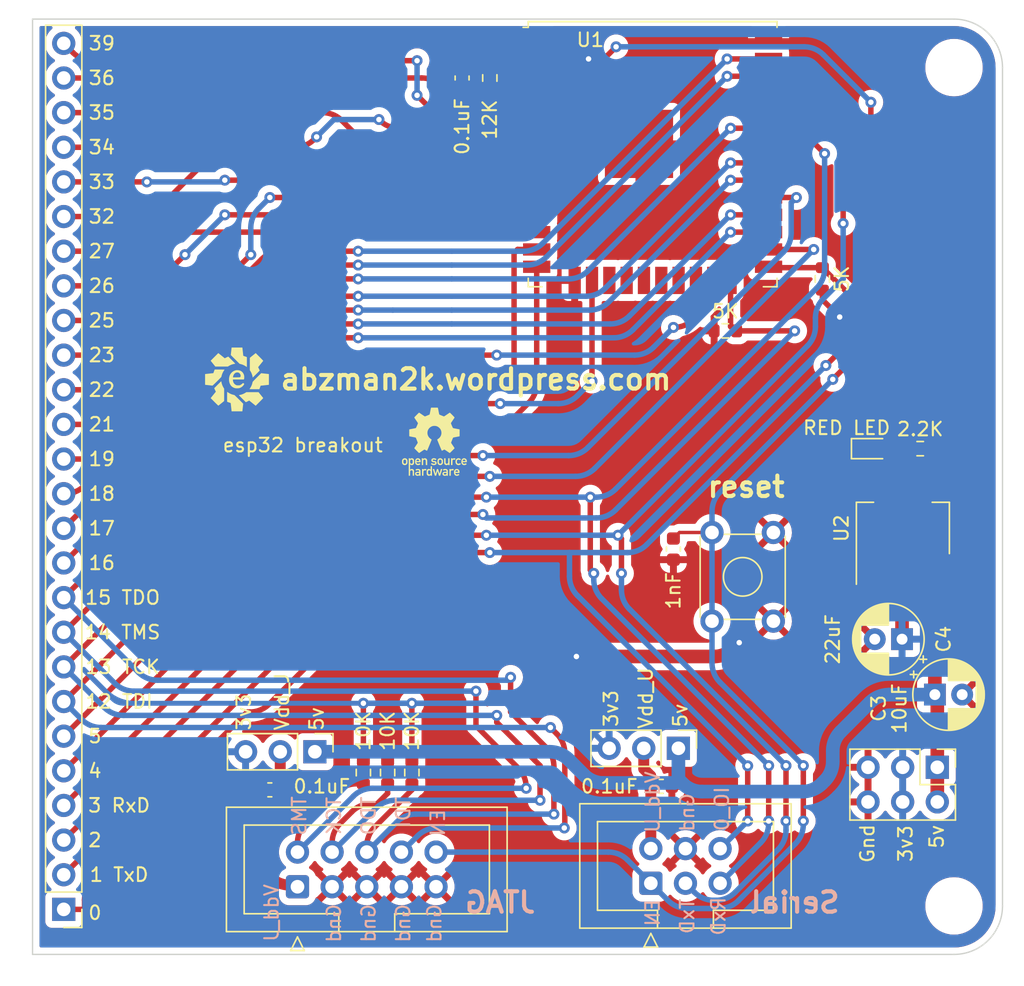
<source format=kicad_pcb>
(kicad_pcb (version 20211014) (generator pcbnew)
  (layers (0 "F.Cu" signal) (31 "B.Cu" signal) (34 "B.Paste" user) (35 "F.Paste" user) (36 "B.SilkS" user "B.Silkscreen") (37 "F.SilkS" user "F.Silkscreen") (38 "B.Mask" user) (39 "F.Mask" user) (44 "Edge.Cuts" user))
  (net 0 "")
  (net 1 "/ESP_EN")
  (net 2 "GND")
  (net 3 "/VDD_J")
  (net 4 "/VDD_5V")
  (net 5 "/VDD3V3")
  (net 6 "/VDD_U")
  (net 7 "Net-(D1-Pad2)")
  (net 8 "/ESP_IO14")
  (net 9 "/ESP_IO13")
  (net 10 "/ESP_IO15")
  (net 11 "/ESP_IO12")
  (net 12 "/ESP_IO1")
  (net 13 "/ESP_IO3")
  (net 14 "/ESP_IO0")
  (net 15 "/ESP_IO2")
  (net 22 "/ESP_IO4")
  (net 23 "/ESP_IO5")
  (net 24 "/ESP_IO16")
  (net 25 "/ESP_IO17")
  (net 26 "/ESP_IO18")
  (net 27 "/ESP_IO19")
  (net 28 "/ESP_IO21")
  (net 29 "/ESP_IO22")
  (net 30 "/ESP_IO23")
  (net 32 "/ESP_IO25")
  (net 33 "/ESP_IO26")
  (net 34 "/ESP_IO27")
  (net 35 "/ESP_IO32")
  (net 36 "/ESP_IO33")
  (net 37 "/ESP_IO34")
  (net 38 "/ESP_IO35")
  (net 39 "/ESP_IO36")
  (net 40 "/ESP_IO39")
  (footprint "Evan's misc parts:Evan Logo" (layer "F.Cu") (at 136.906 77.216)
    (fp_text reference "G***" hide)
    (fp_text value "LOGO" hide)
  )
  (footprint "Resistor_SMD:R_0603_1608Metric" (layer "F.Cu") (at 149.733 106.045 90)
    (fp_text reference "R6" hide)
    (fp_text value "10K")
  )
  (footprint "Capacitor_SMD:C_0603_1608Metric" (layer "F.Cu") (at 168.91 89.662 90)
    (fp_text reference "C6" hide)
    (fp_text value "1nF")
  )
  (footprint "Capacitor_SMD:C_0603_1608Metric" (layer "F.Cu") (at 168.021 107.061)
    (fp_text reference "C5" hide)
    (fp_text value "0.1uF")
  )
  (footprint "Evan's misc parts:OSHW gear" (layer "F.Cu") (at 151.384 81.788)
    (fp_text reference "G***" hide)
    (fp_text value "LOGO" hide)
  )
  (footprint "Connector_PinHeader_2.54mm:PinHeader_1x03_P2.54mm_Vertical" (layer "F.Cu") (at 142.621 104.521 -90)
    (fp_text reference "J1" hide)
    (fp_text value "Conn_01x03")
  )
  (footprint "Capacitor_SMD:C_0603_1608Metric" (layer "F.Cu") (at 139.319 107.315 180)
    (fp_text reference "C2" hide)
    (fp_text value "0.1uF")
  )
  (footprint "Connector_IDC:IDC-Header_2x05_P2.54mm_Vertical" (layer "F.Cu") (at 141.346 114.4175 90)
    (fp_text reference "J4" hide)
    (fp_text value "Conn_02x05_Odd_Even")
  )
  (footprint "MountingHole:MountingHole_3.2mm_M3" (layer "F.Cu") (at 189.484 115.824)
    (fp_text reference "H2" hide)
    (fp_text value "MountingHole")
  )
  (footprint "MountingHole:MountingHole_3.2mm_M3" (layer "F.Cu") (at 189.484 54.356)
    (fp_text reference "H1" hide)
    (fp_text value "MountingHole")
  )
  (footprint "Capacitor_THT:CP_Radial_D5.0mm_P2.00mm" (layer "F.Cu") (at 185.674 96.266 180)
    (fp_text reference "C4")
    (fp_text value "22uF")
  )
  (footprint "Connector_PinHeader_2.54mm:PinHeader_2x03_P2.54mm_Vertical" (layer "F.Cu") (at 188.259888 105.659 -90)
    (fp_text reference "J3" hide)
    (fp_text value "Conn_02x03_Odd_Even")
  )
  (footprint "Package_TO_SOT_SMD:SOT-223-3_TabPin2" (layer "F.Cu") (at 185.734888 88.138 90)
    (fp_text reference "U2")
    (fp_text value "LD1117S33TR_SOT223")
  )
  (footprint "Capacitor_SMD:C_0603_1608Metric" (layer "F.Cu") (at 153.416 55.118 90)
    (fp_text reference "C1" hide)
    (fp_text value "0.1uF")
  )
  (footprint "Capacitor_THT:CP_Radial_D5.0mm_P2.00mm" (layer "F.Cu") (at 188.081775 100.33)
    (fp_text reference "C3")
    (fp_text value "10uF")
  )
  (footprint "Resistor_SMD:R_0603_1608Metric" (layer "F.Cu") (at 155.448 55.118 -90)
    (fp_text reference "R1" hide)
    (fp_text value "12K")
  )
  (footprint "LED_SMD:LED_0603_1608Metric" (layer "F.Cu") (at 183.448888 82.296)
    (fp_text reference "D1" hide)
    (fp_text value "RED LED")
  )
  (footprint "Resistor_SMD:R_0603_1608Metric" (layer "F.Cu") (at 172.72 73.66 180)
    (fp_text reference "R9" hide)
    (fp_text value "5K")
  )
  (footprint "Resistor_SMD:R_0603_1608Metric" (layer "F.Cu") (at 147.955 106.045 90)
    (fp_text reference "R3" hide)
    (fp_text value "10K")
  )
  (footprint "Resistor_SMD:R_0603_1608Metric" (layer "F.Cu") (at 146.177 106.045 90)
    (fp_text reference "R2" hide)
    (fp_text value "10K")
  )
  (footprint "Connector_IDC:IDC-Header_2x03_P2.54mm_Vertical" (layer "F.Cu") (at 167.254 114.1635 90)
    (fp_text reference "J5" hide)
    (fp_text value "Conn_02x03_Odd_Even")
  )
  (footprint "Connector_PinHeader_2.54mm:PinHeader_1x03_P2.54mm_Vertical" (layer "F.Cu") (at 169.276 104.267 -90)
    (fp_text reference "J2" hide)
    (fp_text value "Conn_01x03")
  )
  (footprint "Resistor_SMD:R_0603_1608Metric" (layer "F.Cu") (at 187.004888 82.296 180)
    (fp_text reference "R4" hide)
    (fp_text value "2.2K")
  )
  (footprint "RF_Module:ESP32-WROOM-32U" (layer "F.Cu") (at 167.386 60.706)
    (fp_text reference "U1")
    (fp_text value "ESP32-WROOM-32U")
  )
  (footprint "Resistor_SMD:R_0603_1608Metric" (layer "F.Cu") (at 179.832 69.85 90)
    (fp_text reference "R5" hide)
    (fp_text value "5K")
  )
  (footprint "Button_Switch_THT:SW_TH_Tactile_Omron_B3F-10xx" (layer "F.Cu") (at 176.24 88.444 -90)
    (fp_text reference "SW1" hide)
    (fp_text value "SW_MEC_5E")
  )
  (footprint "Connector_PinHeader_2.54mm:PinHeader_1x26_P2.54mm_Vertical" (layer "F.Cu") (at 124.206 116.078 180)
    (fp_text reference "J6" hide)
    (fp_text value "Conn_01x26")
  )
  (gr_arc (start 193.04 115.824) (mid 191.998472 118.338472) (end 189.484 119.38) (layer "Edge.Cuts") (width 0.1))
  (gr_line (start 189.484 50.8) (end 121.92 50.8) (layer "Edge.Cuts") (width 0.1))
  (gr_line (start 193.04 115.824) (end 193.04 54.356) (layer "Edge.Cuts") (width 0.1))
  (gr_line (start 121.92 50.8) (end 121.92 119.38) (layer "Edge.Cuts") (width 0.1))
  (gr_line (start 121.92 119.38) (end 189.484 119.38) (layer "Edge.Cuts") (width 0.1))
  (gr_arc (start 189.484 50.8) (mid 191.998472 51.841528) (end 193.04 54.356) (layer "Edge.Cuts") (width 0.1))
  (gr_text "Vdd_U" (at 167.386 108.204 90) (layer "B.SilkS") (effects (font (size 1 1)) (justify mirror)))
  (gr_text "IO_0" (at 172.466 108.712 90) (layer "B.SilkS") (effects (font (size 1 1)) (justify mirror)))
  (gr_text "Gnd" (at 144.018 117.094 90) (layer "B.SilkS") (effects (font (size 1 1)) (justify mirror)))
  (gr_text "Gnd" (at 169.926 108.966 90) (layer "B.SilkS") (effects (font (size 1 1)) (justify mirror)))
  (gr_text "TCK" (at 144.018 109.22 90) (layer "B.SilkS") (effects (font (size 1 1)) (justify mirror)))
  (gr_text "EN" (at 151.638 109.728 90) (layer "B.SilkS") (effects (font (size 1 1)) (justify mirror)))
  (gr_text "Gnd" (at 146.558 117.094 90) (layer "B.SilkS") (effects (font (size 1 1)) (justify mirror)))
  (gr_text "TMS" (at 141.478 109.22 90) (layer "B.SilkS") (effects (font (size 1 1)) (justify mirror)))
  (gr_text "RxD" (at 172.212 116.586 90) (layer "B.SilkS") (effects (font (size 1 1)) (justify mirror)))
  (gr_text "Gnd" (at 151.384 117.094 90) (layer "B.SilkS") (effects (font (size 1 1)) (justify mirror)))
  (gr_text "TDO" (at 146.558 109.22 90) (layer "B.SilkS") (effects (font (size 1 1)) (justify mirror)))
  (gr_text "Vdd_J" (at 139.446 116.332 90) (layer "B.SilkS") (effects (font (size 1 1)) (justify mirror)))
  (gr_text "Serial" (at 177.8 115.57) (layer "B.SilkS") (effects (font (size 1.5 1.5) (thickness 0.3)) (justify mirror)))
  (gr_text "EN" (at 167.386 116.332 90) (layer "B.SilkS") (effects (font (size 1 1)) (justify mirror)))
  (gr_text "JTAG" (at 156.21 115.57) (layer "B.SilkS") (effects (font (size 1.5 1.5) (thickness 0.3)) (justify mirror)))
  (gr_text "Gnd" (at 149.098 117.094 90) (layer "B.SilkS") (effects (font (size 1 1)) (justify mirror)))
  (gr_text "TxD" (at 169.926 116.586 90) (layer "B.SilkS") (effects (font (size 1 1)) (justify mirror)))
  (gr_text "TDI" (at 149.098 108.966 90) (layer "B.SilkS") (effects (font (size 1 1)) (justify mirror)))
  (gr_text "3 RxD" (at 128.27 108.458) (layer "F.SilkS") (effects (font (size 1 1))))
  (gr_text "23" (at 127 75.438) (layer "F.SilkS") (effects (font (size 1 1))))
  (gr_text "27" (at 127 67.818) (layer "F.SilkS") (effects (font (size 1 1))))
  (gr_text "2" (at 126.492 110.998) (layer "F.SilkS") (effects (font (size 1 1))))
  (gr_text "abzman2k.wordpress.com" (at 154.432 77.216) (layer "F.SilkS") (effects (font (size 1.5 1.5) (thickness 0.3))))
  (gr_text "Vdd_U" (at 166.878 100.584 90) (layer "F.SilkS") (effects (font (size 1 1))))
  (gr_text "esp32 breakout" (at 141.732 82.042) (layer "F.SilkS") (effects (font (size 1 1))))
  (gr_text "33" (at 127 62.738) (layer "F.SilkS") (effects (font (size 1 1))))
  (gr_text "19" (at 127 83.058) (layer "F.SilkS") (effects (font (size 1 1))))
  (gr_text "26" (at 127 70.358) (layer "F.SilkS") (effects (font (size 1 1))))
  (gr_text "5v" (at 169.418 101.854 90) (layer "F.SilkS") (effects (font (size 1 1))))
  (gr_text "18" (at 127 85.598) (layer "F.SilkS") (effects (font (size 1 1))))
  (gr_text "22" (at 127 77.978) (layer "F.SilkS") (effects (font (size 1 1))))
  (gr_text "4" (at 126.492 105.918) (layer "F.SilkS") (effects (font (size 1 1))))
  (gr_text "17" (at 127 88.138) (layer "F.SilkS") (effects (font (size 1 1))))
  (gr_text "13 TCK" (at 128.524 98.298) (layer "F.SilkS") (effects (font (size 1 1))))
  (gr_text "21" (at 127 80.518) (layer "F.SilkS") (effects (font (size 1 1))))
  (gr_text "12 TDI" (at 128.27 100.838) (layer "F.SilkS") (effects (font (size 1 1))))
  (gr_text "25" (at 127 72.898) (layer "F.SilkS") (effects (font (size 1 1))))
  (gr_text "35" (at 127 57.658) (layer "F.SilkS") (effects (font (size 1 1))))
  (gr_text "reset" (at 174.244 85.09) (layer "F.SilkS") (effects (font (size 1.5 1.5) (thickness 0.3))))
  (gr_text "5v" (at 188.214 110.744 90) (layer "F.SilkS") (effects (font (size 1 1))))
  (gr_text "5" (at 126.492 103.378) (layer "F.SilkS") (effects (font (size 1 1))))
  (gr_text "14 TMS" (at 128.524 95.758) (layer "F.SilkS") (effects (font (size 1 1))))
  (gr_text "0" (at 126.492 116.332) (layer "F.SilkS") (effects (font (size 1 1))))
  (gr_text "16" (at 127 90.678) (layer "F.SilkS") (effects (font (size 1 1))))
  (gr_text "Gnd" (at 183.134 111.252 90) (layer "F.SilkS") (effects (font (size 1 1))))
  (gr_text "36" (at 127 55.118) (layer "F.SilkS") (effects (font (size 1 1))))
  (gr_text "3v3" (at 137.414 101.6 90) (layer "F.SilkS") (effects (font (size 1 1))))
  (gr_text "15 TDO" (at 128.524 93.218) (layer "F.SilkS") (effects (font (size 1 1))))
  (gr_text "5v" (at 142.748 102.108 90) (layer "F.SilkS") (effects (font (size 1 1))))
  (gr_text "1 TxD" (at 128.27 113.538) (layer "F.SilkS") (effects (font (size 1 1))))
  (gr_text "39" (at 127 52.578) (layer "F.SilkS") (effects (font (size 1 1))))
  (gr_text "3v3" (at 164.338 101.346 90) (layer "F.SilkS") (effects (font (size 1 1))))
  (gr_text "34" (at 127 60.198) (layer "F.SilkS") (effects (font (size 1 1))))
  (gr_text "3v3" (at 185.928 111.252 90) (layer "F.SilkS") (effects (font (size 1 1))))
  (gr_text "32" (at 127 65.278) (layer "F.SilkS") (effects (font (size 1 1))))
  (gr_text "Vdd_J" (at 140.208 100.838 90) (layer "F.SilkS") (effects (font (size 1 1))))
  (segment (start 183.388 56.896) (end 183.388 66.04) (width 0.4) (layer "F.Cu") (net 1))
  (segment (start 178.435 106.299) (end 178.435 105.537) (width 0.4) (layer "F.Cu") (net 1))
  (segment (start 163.133467 54.405213) (end 164.70668 52.832) (width 0.4) (layer "F.Cu") (net 1))
  (segment (start 156.147 55.943) (end 156.513214 55.576786) (width 0.4) (layer "F.Cu") (net 1))
  (segment (start 178.435 109.601) (end 178.435 106.299) (width 0.4) (layer "F.Cu") (net 1))
  (segment (start 153.466 55.943) (end 153.416 55.893) (width 0.4) (layer "F.Cu") (net 1))
  (segment (start 183.388 66.04) (end 183.388 73.593573) (width 0.4) (layer "F.Cu") (net 1))
  (segment (start 158.886 54.991) (end 157.927427 54.991) (width 0.4) (layer "F.Cu") (net 1))
  (segment (start 169.353 88.444) (end 171.74 88.444) (width 0.25) (layer "F.Cu") (net 1))
  (segment (start 158.886 54.991) (end 161.719253 54.991) (width 0.4) (layer "F.Cu") (net 1))
  (segment (start 155.448 55.943) (end 153.466 55.943) (width 0.4) (layer "F.Cu") (net 1))
  (segment (start 168.91 88.887) (end 169.353 88.444) (width 0.25) (layer "F.Cu") (net 1))
  (segment (start 182.802213 75.007787) (end 180.594 77.216) (width 0.4) (layer "F.Cu") (net 1))
  (segment (start 156.147 55.943) (end 155.448 55.943) (width 0.4) (layer "F.Cu") (net 1))
  (via (at 183.388 56.896) (size 0.8) (drill 0.4) (layers "F.Cu" "B.Cu") (net 1))
  (via (at 178.435 105.537) (size 0.8) (drill 0.4) (layers "F.Cu" "B.Cu") (net 1))
  (via (at 164.70668 52.832) (size 0.8) (drill 0.4) (layers "F.Cu" "B.Cu") (net 1))
  (via (at 180.594 77.216) (size 0.8) (drill 0.4) (layers "F.Cu" "B.Cu") (net 1))
  (via (at 178.435 109.601) (size 0.8) (drill 0.4) (layers "F.Cu" "B.Cu") (net 1))
  (arc (start 183.388 73.593573) (mid 183.235759 74.35894) (end 182.802213 75.007787) (width 0.4) (layer "F.Cu") (net 1))
  (arc (start 156.513214 55.576786) (mid 157.16206 55.143241) (end 157.927427 54.991) (width 0.4) (layer "F.Cu") (net 1))
  (arc (start 161.719253 54.991) (mid 162.48462 54.838759) (end 163.133467 54.405213) (width 0.4) (layer "F.Cu") (net 1))
  (segment (start 171.74 88.444) (end 171.74 86.898427) (width 0.4) (layer "B.Cu") (net 1))
  (segment (start 165.553787 112.463287) (end 167.254 114.1635) (width 0.4) (layer "B.Cu") (net 1))
  (segment (start 171.74 94.944) (end 171.74 88.444) (width 0.4) (layer "B.Cu") (net 1))
  (segment (start 151.506 111.8775) (end 164.139573 111.8775) (width 0.4) (layer "B.Cu") (net 1))
  (segment (start 178.435 109.848999) (end 178.435 109.601) (width 0.4) (layer "B.Cu") (net 1))
  (segment (start 167.254 114.1635) (end 168.517245 115.426745) (width 0.4) (layer "B.Cu") (net 1))
  (segment (start 179.909787 53.417787) (end 181.61 55.118) (width 0.4) (layer "B.Cu") (net 1))
  (segment (start 173.685682 115.426744) (end 177.849214 111.263212) (width 0.4) (layer "B.Cu") (net 1))
  (segment (start 164.70668 52.832) (end 178.495573 52.832) (width 0.4) (layer "B.Cu") (net 1))
  (segment (start 169.931458 116.012531) (end 172.271468 116.012531) (width 0.4) (layer "B.Cu") (net 1))
  (segment (start 172.325787 85.484213) (end 180.594 77.216) (width 0.4) (layer "B.Cu") (net 1))
  (segment (start 171.74 98.013573) (end 171.74 94.944) (width 0.4) (layer "B.Cu") (net 1))
  (segment (start 181.61 55.118) (end 183.388 56.896) (width 0.4) (layer "B.Cu") (net 1))
  (segment (start 178.435 105.537) (end 172.325786 99.427786) (width 0.4) (layer "B.Cu") (net 1))
  (arc (start 172.271468 116.012531) (mid 173.036835 115.86029) (end 173.685682 115.426744) (width 0.4) (layer "B.Cu") (net 1))
  (arc (start 164.139573 111.8775) (mid 164.90494 112.029741) (end 165.553787 112.463287) (width 0.4) (layer "B.Cu") (net 1))
  (arc (start 172.325786 99.427786) (mid 171.892241 98.77894) (end 171.74 98.013573) (width 0.4) (layer "B.Cu") (net 1))
  (arc (start 172.325787 85.484213) (mid 171.892241 86.13306) (end 171.74 86.898427) (width 0.4) (layer "B.Cu") (net 1))
  (arc (start 177.849214 111.263212) (mid 178.282759 110.614366) (end 178.435 109.848999) (width 0.4) (layer "B.Cu") (net 1))
  (arc (start 178.495573 52.832) (mid 179.26094 52.984241) (end 179.909787 53.417787) (width 0.4) (layer "B.Cu") (net 1))
  (arc (start 169.931458 116.012531) (mid 169.166091 115.86029) (end 168.517245 115.426745) (width 0.4) (layer "B.Cu") (net 1))
  (segment (start 139.396787 110.031213) (end 139.508214 109.919786) (width 0.8) (layer "F.Cu") (net 3))
  (segment (start 139.368213 113.714213) (end 138.811 113.157) (width 0.8) (layer "F.Cu") (net 3))
  (segment (start 140.081 104.521) (end 140.081 107.302) (width 0.8) (layer "F.Cu") (net 3))
  (segment (start 140.081 107.302) (end 140.094 107.315) (width 0.8) (layer "F.Cu") (net 3))
  (segment (start 138.811 113.157) (end 138.811 111.445427) (width 0.8) (layer "F.Cu") (net 3))
  (segment (start 141.2285 114.3) (end 140.782427 114.3) (width 0.8) (layer "F.Cu") (net 3))
  (segment (start 140.094 108.505573) (end 140.094 107.315) (width 0.8) (layer "F.Cu") (net 3))
  (arc (start 140.094 108.505573) (mid 139.941759 109.27094) (end 139.508214 109.919786) (width 0.8) (layer "F.Cu") (net 3))
  (arc (start 138.811 111.445427) (mid 138.963241 110.68006) (end 139.396787 110.031213) (width 0.8) (layer "F.Cu") (net 3))
  (arc (start 140.782427 114.3) (mid 140.01706 114.147759) (end 139.368213 113.714213) (width 0.8) (layer "F.Cu") (net 3))
  (segment (start 188.081775 91.334887) (end 188.034888 91.288) (width 1) (layer "F.Cu") (net 4))
  (segment (start 188.259888 105.659) (end 188.259888 100.508113) (width 1) (layer "F.Cu") (net 4))
  (segment (start 188.259888 100.508113) (end 188.081775 100.33) (width 1) (layer "F.Cu") (net 4))
  (segment (start 188.081775 100.33) (end 188.081775 91.334887) (width 1) (layer "F.Cu") (net 4))
  (segment (start 188.259888 108.199) (end 188.259888 105.659) (width 1) (layer "F.Cu") (net 4))
  (segment (start 181.179787 103.046213) (end 183.310214 100.915786) (width 1) (layer "B.Cu") (net 4))
  (segment (start 179.792287 106.85526) (end 180.008214 106.639333) (width 1) (layer "B.Cu") (net 4))
  (segment (start 180.594 105.22512) (end 180.594 104.460427) (width 1) (layer "B.Cu") (net 4))
  (segment (start 169.59326 106.85526) (end 169.276 106.538) (width 1) (layer "B.Cu") (net 4))
  (segment (start 169.007 106.807) (end 169.276 106.538) (width 1) (layer "B.Cu") (net 4))
  (segment (start 169.276 104.267) (end 169.276 106.538) (width 1) (layer "B.Cu") (net 4))
  (segment (start 142.621 104.521) (end 159.826573 104.521) (width 1) (layer "B.Cu") (net 4))
  (segment (start 184.724427 100.33) (end 188.081775 100.33) (width 1) (layer "B.Cu") (net 4))
  (segment (start 163.769427 106.807) (end 169.007 106.807) (width 1) (layer "B.Cu") (net 4))
  (segment (start 161.240787 105.106787) (end 162.355214 106.221214) (width 1) (layer "B.Cu") (net 4))
  (segment (start 178.378073 107.441047) (end 171.007474 107.441047) (width 1) (layer "B.Cu") (net 4))
  (arc (start 180.594 105.22512) (mid 180.441759 105.990487) (end 180.008214 106.639333) (width 1) (layer "B.Cu") (net 4))
  (arc (start 169.59326 106.85526) (mid 170.242107 107.288806) (end 171.007474 107.441047) (width 1) (layer "B.Cu") (net 4))
  (arc (start 159.826573 104.521) (mid 160.59194 104.673241) (end 161.240787 105.106787) (width 1) (layer "B.Cu") (net 4))
  (arc (start 184.724427 100.33) (mid 183.95906 100.482241) (end 183.310214 100.915786) (width 1) (layer "B.Cu") (net 4))
  (arc (start 180.594 104.460427) (mid 180.746241 103.69506) (end 181.179787 103.046213) (width 1) (layer "B.Cu") (net 4))
  (arc (start 178.378073 107.441047) (mid 179.14344 107.288806) (end 179.792287 106.85526) (width 1) (layer "B.Cu") (net 4))
  (arc (start 163.769427 106.807) (mid 163.00406 106.654759) (end 162.355214 106.221214) (width 1) (layer "B.Cu") (net 4))
  (segment (start 161.798 97.536) (end 171.891573 97.536) (width 1) (layer "F.Cu") (net 5))
  (segment (start 158.886 53.721) (end 162.687 53.721) (width 0.4) (layer "F.Cu") (net 5))
  (segment (start 185.674 96.266) (end 185.674 91.348888) (width 1) (layer "F.Cu") (net 5))
  (segment (start 146.177 105.22) (end 146.177 100.965) (width 0.4) (layer "F.Cu") (net 5))
  (segment (start 185.674 91.348888) (end 185.734888 91.288) (width 1) (layer "F.Cu") (net 5))
  (segment (start 185.734888 91.288) (end 185.734888 84.988) (width 1) (layer "F.Cu") (net 5))
  (segment (start 187.829888 82.296) (end 187.829888 82.893) (width 0.4) (layer "F.Cu") (net 5))
  (segment (start 158.886 53.721) (end 156.02 53.721) (width 0.4) (layer "F.Cu") (net 5))
  (segment (start 179.832 71.374) (end 181.102 72.644) (width 0.4) (layer "F.Cu") (net 5))
  (segment (start 187.829888 82.893) (end 185.734888 84.988) (width 0.4) (layer "F.Cu") (net 5))
  (segment (start 149.733 105.22) (end 149.733 100.965) (width 0.4) (layer "F.Cu") (net 5))
  (segment (start 173.305787 96.950213) (end 173.736 96.52) (width 1) (layer "F.Cu") (net 5))
  (segment (start 156.02 53.721) (end 155.448 54.293) (width 0.4) (layer "F.Cu") (net 5))
  (segment (start 179.832 70.675) (end 179.832 71.374) (width 0.4) (layer "F.Cu") (net 5))
  (via (at 181.102 72.644) (size 0.8) (drill 0.4) (layers "F.Cu" "B.Cu") (net 5))
  (via (at 173.736 96.52) (size 0.8) (drill 0.4) (layers "F.Cu" "B.Cu") (net 5))
  (via (at 146.177 100.965) (size 0.8) (drill 0.4) (layers "F.Cu" "B.Cu") (net 5))
  (via (at 149.733 100.965) (size 0.8) (drill 0.4) (layers "F.Cu" "B.Cu") (net 5))
  (via (at 161.798 97.536) (size 0.8) (drill 0.4) (layers "F.Cu" "B.Cu") (net 5))
  (via (at 162.687 53.721) (size 0.8) (drill 0.4) (layers "F.Cu" "B.Cu") (net 5))
  (arc (start 173.305787 96.950213) (mid 172.65694 97.383759) (end 171.891573 97.536) (width 1) (layer "F.Cu") (net 5))
  (segment (start 161.479787 101.550787) (end 162.0445 102.1155) (width 0.4) (layer "B.Cu") (net 5))
  (segment (start 146.177 100.965) (end 149.733 100.965) (width 0.4) (layer "B.Cu") (net 5))
  (segment (start 162.0445 102.1155) (end 164.196 104.267) (width 0.4) (layer "B.Cu") (net 5))
  (segment (start 149.733 100.965) (end 160.065573 100.965) (width 0.4) (layer "B.Cu") (net 5))
  (arc (start 161.479787 101.550787) (mid 160.83094 101.117241) (end 160.065573 100.965) (width 0.4) (layer "B.Cu") (net 5))
  (segment (start 167.254 111.6235) (end 167.254 107.069) (width 0.8) (layer "F.Cu") (net 6))
  (segment (start 166.736 105.776) (end 166.736 104.267) (width 0.8) (layer "F.Cu") (net 6))
  (segment (start 167.254 107.069) (end 167.246 107.061) (width 0.8) (layer "F.Cu") (net 6))
  (segment (start 167.246 106.286) (end 166.736 105.776) (width 0.8) (layer "F.Cu") (net 6))
  (segment (start 167.246 107.061) (end 167.246 106.286) (width 0.8) (layer "F.Cu") (net 6))
  (segment (start 184.236388 82.296) (end 186.179888 82.296) (width 0.4) (layer "F.Cu") (net 7))
  (segment (start 157.226 67.951) (end 157.226 76.708) (width 0.4) (layer "F.Cu") (net 8))
  (segment (start 154.432 102.616) (end 154.432 101.854) (width 0.4) (layer "F.Cu") (net 8))
  (segment (start 154.432 101.092) (end 154.432 100.838) (width 0.4) (layer "F.Cu") (net 8))
  (segment (start 154.432 101.854) (end 154.432 101.092) (width 0.4) (layer "F.Cu") (net 8))
  (segment (start 157.226 76.708) (end 156.718 77.216) (width 0.4) (layer "F.Cu") (net 8))
  (segment (start 154.432 100.838) (end 154.432 100.33) (width 0.4) (layer "F.Cu") (net 8))
  (segment (start 141.346 111.8775) (end 141.346 111.196427) (width 0.4) (layer "F.Cu") (net 8))
  (segment (start 154.559 102.743) (end 154.432 102.616) (width 0.4) (layer "F.Cu") (net 8))
  (segment (start 154.432 100.33) (end 154.432 100.076) (width 0.4) (layer "F.Cu") (net 8))
  (segment (start 158.886 67.691) (end 157.486 67.691) (width 0.4) (layer "F.Cu") (net 8))
  (segment (start 145.672427 106.87) (end 146.177 106.87) (width 0.4) (layer "F.Cu") (net 8))
  (segment (start 157.486 67.691) (end 157.226 67.951) (width 0.4) (layer "F.Cu") (net 8))
  (segment (start 158.115 107.19852) (end 158.115 107.127427) (width 0.4) (layer "F.Cu") (net 8))
  (segment (start 141.931787 109.782213) (end 144.258214 107.455786) (width 0.4) (layer "F.Cu") (net 8))
  (segment (start 156.718 77.216) (end 143.576427 77.216) (width 0.4) (layer "F.Cu") (net 8))
  (segment (start 142.162213 77.801787) (end 124.206 95.758) (width 0.4) (layer "F.Cu") (net 8))
  (segment (start 157.529213 105.713213) (end 154.559 102.743) (width 0.4) (layer "F.Cu") (net 8))
  (via (at 158.115 107.19852) (size 0.8) (drill 0.4) (layers "F.Cu" "B.Cu") (net 8))
  (via (at 154.432 100.076) (size 0.8) (drill 0.4) (layers "F.Cu" "B.Cu") (net 8))
  (arc (start 141.346 111.196427) (mid 141.498241 110.43106) (end 141.931787 109.782213) (width 0.4) (layer "F.Cu") (net 8))
  (arc (start 144.258214 107.455786) (mid 144.90706 107.022241) (end 145.672427 106.87) (width 0.4) (layer "F.Cu") (net 8))
  (arc (start 143.576427 77.216) (mid 142.81106 77.368241) (end 142.162213 77.801787) (width 0.4) (layer "F.Cu") (net 8))
  (arc (start 158.115 107.127427) (mid 157.962759 106.36206) (end 157.529213 105.713213) (width 0.4) (layer "F.Cu") (net 8))
  (segment (start 154.432 100.076) (end 129.352427 100.076) (width 0.4) (layer "B.Cu") (net 8))
  (segment (start 127.938213 99.490213) (end 124.206 95.758) (width 0.4) (layer "B.Cu") (net 8))
  (segment (start 141.346 111.8775) (end 145.439194 107.784306) (width 0.4) (layer "B.Cu") (net 8))
  (segment (start 146.853407 107.19852) (end 158.115 107.19852) (width 0.4) (layer "B.Cu") (net 8))
  (arc (start 129.352427 100.076) (mid 128.58706 99.923759) (end 127.938213 99.490213) (width 0.4) (layer "B.Cu") (net 8))
  (arc (start 145.439194 107.784306) (mid 146.08804 107.350761) (end 146.853407 107.19852) (width 0.4) (layer "B.Cu") (net 8))
  (segment (start 143.886 111.8775) (end 143.886 111.196427) (width 0.4) (layer "F.Cu") (net 9))
  (segment (start 155.956 102.362) (end 155.956 101.854) (width 0.4) (layer "F.Cu") (net 9))
  (segment (start 142.924213 79.579787) (end 124.206 98.298) (width 0.4) (layer "F.Cu") (net 9))
  (segment (start 156.337 102.743) (end 155.956 102.362) (width 0.4) (layer "F.Cu") (net 9))
  (segment (start 159.131 108.077) (end 159.131 105.537) (width 0.4) (layer "F.Cu") (net 9))
  (segment (start 162.941 69.961) (end 162.941 77.343) (width 0.4) (layer "F.Cu") (net 9))
  (segment (start 147.193 108.331) (end 147.955 107.569) (width 0.4) (layer "F.Cu") (net 9))
  (segment (start 147.955 107.569) (end 147.955 106.87) (width 0.4) (layer "F.Cu") (net 9))
  (segment (start 158.75 105.156) (end 156.464 102.87) (width 0.4) (layer "F.Cu") (net 9))
  (segment (start 156.464 102.87) (end 156.337 102.743) (width 0.4) (layer "F.Cu") (net 9))
  (segment (start 144.471787 109.782213) (end 145.337214 108.916786) (width 0.4) (layer "F.Cu") (net 9))
  (segment (start 146.751427 108.331) (end 147.193 108.331) (width 0.4) (layer "F.Cu") (net 9))
  (segment (start 156.21 78.994) (end 144.338427 78.994) (width 0.4) (layer "F.Cu") (net 9))
  (segment (start 159.131 105.537) (end 158.75 105.156) (width 0.4) (layer "F.Cu") (net 9))
  (via (at 162.941 77.343) (size 0.8) (drill 0.4) (layers "F.Cu" "B.Cu") (net 9))
  (via (at 159.131 108.077) (size 0.8) (drill 0.4) (layers "F.Cu" "B.Cu") (net 9))
  (via (at 156.21 78.994) (size 0.8) (drill 0.4) (layers "F.Cu" "B.Cu") (net 9))
  (via (at 155.956 101.854) (size 0.8) (drill 0.4) (layers "F.Cu" "B.Cu") (net 9))
  (arc (start 146.751427 108.331) (mid 145.98606 108.483241) (end 145.337214 108.916786) (width 0.4) (layer "F.Cu") (net 9))
  (arc (start 143.886 111.196427) (mid 144.038241 110.43106) (end 144.471787 109.782213) (width 0.4) (layer "F.Cu") (net 9))
  (arc (start 144.338427 78.994) (mid 143.57306 79.146241) (end 142.924213 79.579787) (width 0.4) (layer "F.Cu") (net 9))
  (segment (start 143.886 111.8775) (end 147.100714 108.662786) (width 0.4) (layer "B.Cu") (net 9))
  (segment (start 162.941 77.343) (end 161.875786 78.408214) (width 0.4) (layer "B.Cu") (net 9))
  (segment (start 160.461573 78.994) (end 156.21 78.994) (width 0.4) (layer "B.Cu") (net 9))
  (segment (start 148.514927 108.077) (end 159.131 108.077) (width 0.4) (layer "B.Cu") (net 9))
  (segment (start 155.956 101.854) (end 128.590427 101.854) (width 0.4) (layer "B.Cu") (net 9))
  (segment (start 127.176213 101.268213) (end 124.206 98.298) (width 0.4) (layer "B.Cu") (net 9))
  (arc (start 128.590427 101.854) (mid 127.82506 101.701759) (end 127.176213 101.268213) (width 0.4) (layer "B.Cu") (net 9))
  (arc (start 160.461573 78.994) (mid 161.22694 78.841759) (end 161.875786 78.408214) (width 0.4) (layer "B.Cu") (net 9))
  (arc (start 147.100714 108.662786) (mid 147.74956 108.229241) (end 148.514927 108.077) (width 0.4) (layer "B.Cu") (net 9))
  (segment (start 155.956 75.438) (end 142.814427 75.438) (width 0.4) (layer "F.Cu") (net 10))
  (segment (start 158.115 102.743) (end 157.48 102.108) (width 0.4) (layer "F.Cu") (net 10))
  (segment (start 168.957573 73.406) (end 168.91 73.406) (width 0.4) (layer "F.Cu") (net 10))
  (segment (start 146.426 111.8775) (end 146.426 111.450427) (width 0.4) (layer "F.Cu") (net 10))
  (segment (start 147.011787 110.036213) (end 149.733 107.315) (width 0.4) (layer "F.Cu") (net 10))
  (segment (start 141.400213 76.023787) (end 124.206 93.218) (width 0.4) (layer "F.Cu") (net 10))
  (segment (start 156.972 101.6) (end 156.972 99.06) (width 0.4) (layer "F.Cu") (net 10))
  (segment (start 171.831 69.961) (end 171.831 70.532573) (width 0.4) (layer "F.Cu") (net 10))
  (segment (start 159.561213 104.189213) (end 158.115 102.743) (width 0.4) (layer "F.Cu") (net 10))
  (segment (start 160.147 109.093) (end 160.147 105.603427) (width 0.4) (layer "F.Cu") (net 10))
  (segment (start 171.245213 71.946787) (end 170.371786 72.820214) (width 0.4) (layer "F.Cu") (net 10))
  (segment (start 157.48 102.108) (end 156.972 101.6) (width 0.4) (layer "F.Cu") (net 10))
  (segment (start 149.733 107.315) (end 149.733 106.87) (width 0.4) (layer "F.Cu") (net 10))
  (via (at 168.91 73.406) (size 0.8) (drill 0.4) (layers "F.Cu" "B.Cu") (net 10))
  (via (at 160.147 109.093) (size 0.8) (drill 0.4) (layers "F.Cu" "B.Cu") (net 10))
  (via (at 156.972 99.06) (size 0.8) (drill 0.4) (layers "F.Cu" "B.Cu") (net 10))
  (via (at 155.956 75.438) (size 0.8) (drill 0.4) (layers "F.Cu" "B.Cu") (net 10))
  (arc (start 168.957573 73.406) (mid 169.72294 73.253759) (end 170.371786 72.820214) (width 0.4) (layer "F.Cu") (net 10))
  (arc (start 171.831 70.532573) (mid 171.678759 71.29794) (end 171.245213 71.946787) (width 0.4) (layer "F.Cu") (net 10))
  (arc (start 141.400213 76.023787) (mid 142.04906 75.590241) (end 142.814427 75.438) (width 0.4) (layer "F.Cu") (net 10))
  (arc (start 159.561213 104.189213) (mid 159.994759 104.83806) (end 160.147 105.603427) (width 0.4) (layer "F.Cu") (net 10))
  (arc (start 146.426 111.450427) (mid 146.578241 110.68506) (end 147.011787 110.036213) (width 0.4) (layer "F.Cu") (net 10))
  (segment (start 156.755511 99.276489) (end 131.092916 99.276489) (width 0.4) (layer "B.Cu") (net 10))
  (segment (start 150.038927 109.093) (end 160.147 109.093) (width 0.4) (layer "B.Cu") (net 10))
  (segment (start 168.91 73.406) (end 167.463786 74.852214) (width 0.4) (layer "B.Cu") (net 10))
  (segment (start 129.678702 98.690702) (end 124.206 93.218) (width 0.4) (layer "B.Cu") (net 10))
  (segment (start 166.049573 75.438) (end 155.956 75.438) (width 0.4) (layer "B.Cu") (net 10))
  (segment (start 156.972 99.06) (end 156.755511 99.276489) (width 0.4) (layer "B.Cu") (net 10))
  (segment (start 146.426 111.8775) (end 148.624714 109.678786) (width 0.4) (layer "B.Cu") (net 10))
  (arc (start 131.092916 99.276489) (mid 130.327549 99.124248) (end 129.678702 98.690702) (width 0.4) (layer "B.Cu") (net 10))
  (arc (start 148.624714 109.678786) (mid 149.27356 109.245241) (end 150.038927 109.093) (width 0.4) (layer "B.Cu") (net 10))
  (arc (start 167.463786 74.852214) (mid 166.81494 75.285759) (end 166.049573 75.438) (width 0.4) (layer "B.Cu") (net 10))
  (segment (start 158.886 68.961) (end 158.886 77.521573) (width 0.4) (layer "F.Cu") (net 11))
  (segment (start 155.381573 81.026) (end 144.846427 81.026) (width 0.4) (layer "F.Cu") (net 11))
  (segment (start 160.360724 103.210724) (end 159.893 102.743) (width 0.4) (layer "F.Cu") (net 11))
  (segment (start 160.946511 110.071489) (end 160.946511 104.624938) (width 0.4) (layer "F.Cu") (net 11))
  (segment (start 143.432213 81.611787) (end 124.206 100.838) (width 0.4) (layer "F.Cu") (net 11))
  (segment (start 158.300213 78.935787) (end 156.795786 80.440214) (width 0.4) (layer "F.Cu") (net 11))
  (segment (start 160.909 110.109) (end 160.946511 110.071489) (width 0.4) (layer "F.Cu") (net 11))
  (via (at 159.893 102.743) (size 0.8) (drill 0.4) (layers "F.Cu" "B.Cu") (net 11))
  (via (at 160.909 110.109) (size 0.8) (drill 0.4) (layers "F.Cu" "B.Cu") (net 11))
  (arc (start 143.432213 81.611787) (mid 144.08106 81.178241) (end 144.846427 81.026) (width 0.4) (layer "F.Cu") (net 11))
  (arc (start 155.381573 81.026) (mid 156.14694 80.873759) (end 156.795786 80.440214) (width 0.4) (layer "F.Cu") (net 11))
  (arc (start 158.886 77.521573) (mid 158.733759 78.28694) (end 158.300213 78.935787) (width 0.4) (layer "F.Cu") (net 11))
  (arc (start 160.360724 103.210724) (mid 160.79427 103.859571) (end 160.946511 104.624938) (width 0.4) (layer "F.Cu") (net 11))
  (segment (start 151.562927 110.109) (end 160.909 110.109) (width 0.4) (layer "B.Cu") (net 11))
  (segment (start 125.525213 102.157213) (end 124.206 100.838) (width 0.4) (layer "B.Cu") (net 11))
  (segment (start 148.966 111.8775) (end 150.148714 110.694786) (width 0.4) (layer "B.Cu") (net 11))
  (segment (start 159.893 102.743) (end 126.939427 102.743) (width 0.4) (layer "B.Cu") (net 11))
  (arc (start 126.939427 102.743) (mid 126.17406 102.590759) (end 125.525213 102.157213) (width 0.4) (layer "B.Cu") (net 11))
  (arc (start 151.562927 110.109) (mid 150.79756 110.261241) (end 150.148714 110.694786) (width 0.4) (layer "B.Cu") (net 11))
  (segment (start 181.356 58.486427) (end 181.356 65.786) (width 0.4) (layer "F.Cu") (net 12))
  (segment (start 180.544787 56.846787) (end 180.770214 57.072214) (width 0.4) (layer "F.Cu") (net 12))
  (segment (start 177.165 109.601) (end 177.165 105.537) (width 0.4) (layer "F.Cu") (net 12))
  (segment (start 175.886 56.261) (end 179.130573 56.261) (width 0.4) (layer "F.Cu") (net 12))
  (segment (start 149.926427 88.646) (end 155.194 88.646) (width 0.4) (layer "F.Cu") (net 12))
  (segment (start 165.1 88.9) (end 164.846 88.646) (width 0.4) (layer "F.Cu") (net 12))
  (segment (start 165.1 91.44) (end 165.1 88.9) (width 0.4) (layer "F.Cu") (net 12))
  (segment (start 148.512213 89.231787) (end 124.206 113.538) (width 0.4) (layer "F.Cu") (net 12))
  (via (at 164.846 88.646) (size 0.8) (drill 0.4) (layers "F.Cu" "B.Cu") (net 12))
  (via (at 165.1 91.44) (size 0.8) (drill 0.4) (layers "F.Cu" "B.Cu") (net 12))
  (via (at 177.165 109.601) (size 0.8) (drill 0.4) (layers "F.Cu" "B.Cu") (net 12))
  (via (at 177.165 105.537) (size 0.8) (drill 0.4) (layers "F.Cu" "B.Cu") (net 12))
  (via (at 155.194 88.646) (size 0.8) (drill 0.4) (layers "F.Cu" "B.Cu") (net 12))
  (via (at 181.356 65.786) (size 0.8) (drill 0.4) (layers "F.Cu" "B.Cu") (net 12))
  (arc (start 181.356 58.486427) (mid 181.203759 57.72106) (end 180.770214 57.072214) (width 0.4) (layer "F.Cu") (net 12))
  (arc (start 149.926427 88.646) (mid 149.16106 88.798241) (end 148.512213 89.231787) (width 0.4) (layer "F.Cu") (net 12))
  (arc (start 179.130573 56.261) (mid 179.89594 56.413241) (end 180.544787 56.846787) (width 0.4) (layer "F.Cu") (net 12))
  (segment (start 181.356 65.786) (end 181.356 69.342) (width 0.4) (layer "B.Cu") (net 12))
  (segment (start 179.324 72.710427) (end 179.324 73.339573) (width 0.4) (layer "B.Cu") (net 12))
  (segment (start 177.165 105.537) (end 165.685786 94.057786) (width 0.4) (layer "B.Cu") (net 12))
  (segment (start 164.846 88.646) (end 155.194 88.646) (width 0.4) (layer "B.Cu") (net 12))
  (segment (start 178.738213 74.753787) (end 164.846 88.646) (width 0.4) (layer "B.Cu") (net 12))
  (segment (start 181.356 69.342) (end 181.356 69.85) (width 0.4) (layer "B.Cu") (net 12))
  (segment (start 181.356 69.85) (end 179.909786 71.296214) (width 0.4) (layer "B.Cu") (net 12))
  (segment (start 173.437352 114.827224) (end 176.579214 111.685362) (width 0.4) (layer "B.Cu") (net 12))
  (segment (start 177.165 110.271149) (end 177.165 109.601) (width 0.4) (layer "B.Cu") (net 12))
  (segment (start 169.794 114.1635) (end 170.457725 114.827225) (width 0.4) (layer "B.Cu") (net 12))
  (segment (start 171.871938 115.413011) (end 172.023138 115.413011) (width 0.4) (layer "B.Cu") (net 12))
  (segment (start 165.1 92.643573) (end 165.1 91.44) (width 0.4) (layer "B.Cu") (net 12))
  (arc (start 172.023138 115.413011) (mid 172.788505 115.26077) (end 173.437352 114.827224) (width 0.4) (layer "B.Cu") (net 12))
  (arc (start 176.579214 111.685362) (mid 177.012759 111.036516) (end 177.165 110.271149) (width 0.4) (layer "B.Cu") (net 12))
  (arc (start 179.324 73.339573) (mid 179.171759 74.10494) (end 178.738213 74.753787) (width 0.4) (layer "B.Cu") (net 12))
  (arc (start 179.324 72.710427) (mid 179.476241 71.94506) (end 179.909786 71.296214) (width 0.4) (layer "B.Cu") (net 12))
  (arc (start 170.457725 114.827225) (mid 171.106571 115.26077) (end 171.871938 115.413011) (width 0.4) (layer "B.Cu") (net 12))
  (arc (start 165.1 92.643573) (mid 165.252241 93.40894) (end 165.685786 94.057786) (width 0.4) (layer "B.Cu") (net 12))
  (segment (start 179.996511 60.662489) (end 177.450808 58.116786) (width 0.4) (layer "F.Cu") (net 13))
  (segment (start 155.194 85.852) (end 147.640427 85.852) (width 0.4) (layer "F.Cu") (net 13))
  (segment (start 175.895 109.601) (end 175.895 105.537) (width 0.4) (layer "F.Cu") (net 13))
  (segment (start 162.814 91.186) (end 163.068 91.44) (width 0.4) (layer "F.Cu") (net 13))
  (segment (start 176.036595 57.531) (end 175.886 57.531) (width 0.4) (layer "F.Cu") (net 13))
  (segment (start 146.226213 86.437787) (end 124.206 108.458) (width 0.4) (layer "F.Cu") (net 13))
  (segment (start 162.814 85.852) (end 162.814 91.186) (width 0.4) (layer "F.Cu") (net 13))
  (via (at 162.814 85.852) (size 0.8) (drill 0.4) (layers "F.Cu" "B.Cu") (net 13))
  (via (at 155.194 85.852) (size 0.8) (drill 0.4) (layers "F.Cu" "B.Cu") (net 13))
  (via (at 175.895 109.601) (size 0.8) (drill 0.4) (layers "F.Cu" "B.Cu") (net 13))
  (via (at 163.068 91.44) (size 0.8) (drill 0.4) (layers "F.Cu" "B.Cu") (net 13))
  (via (at 179.996511 60.662489) (size 0.8) (drill 0.4) (layers "F.Cu" "B.Cu") (net 13))
  (via (at 175.895 105.537) (size 0.8) (drill 0.4) (layers "F.Cu" "B.Cu") (net 13))
  (arc (start 147.640427 85.852) (mid 146.87506 86.004241) (end 146.226213 86.437787) (width 0.4) (layer "F.Cu") (net 13))
  (arc (start 176.036595 57.531) (mid 176.801962 57.683241) (end 177.450808 58.116786) (width 0.4) (layer "F.Cu") (net 13))
  (segment (start 179.996511 60.662489) (end 179.996511 69.111062) (width 0.4) (layer "B.Cu") (net 13))
  (segment (start 176.784 73.152) (end 164.669786 85.266214) (width 0.4) (layer "B.Cu") (net 13))
  (segment (start 163.068 91.881573) (end 163.068 91.44) (width 0.4) (layer "B.Cu") (net 13))
  (segment (start 175.895 109.774073) (end 175.895 109.601) (width 0.4) (layer "B.Cu") (net 13))
  (segment (start 163.255573 85.852) (end 162.814 85.852) (width 0.4) (layer "B.Cu") (net 13))
  (segment (start 175.895 105.537) (end 163.653786 93.295786) (width 0.4) (layer "B.Cu") (net 13))
  (segment (start 172.334 114.1635) (end 175.309214 111.188286) (width 0.4) (layer "B.Cu") (net 13))
  (segment (start 179.410724 70.525276) (end 176.784 73.152) (width 0.4) (layer "B.Cu") (net 13))
  (segment (start 162.814 85.852) (end 155.194 85.852) (width 0.4) (layer "B.Cu") (net 13))
  (arc (start 179.410724 70.525276) (mid 179.84427 69.876429) (end 179.996511 69.111062) (width 0.4) (layer "B.Cu") (net 13))
  (arc (start 163.653786 93.295786) (mid 163.220241 92.64694) (end 163.068 91.881573) (width 0.4) (layer "B.Cu") (net 13))
  (arc (start 175.895 109.774073) (mid 175.742759 110.53944) (end 175.309214 111.188286) (width 0.4) (layer "B.Cu") (net 13))
  (arc (start 163.255573 85.852) (mid 164.02094 85.699759) (end 164.669786 85.266214) (width 0.4) (layer "B.Cu") (net 13))
  (segment (start 155.448 89.916) (end 151.207351 89.916) (width 0.4) (layer "F.Cu") (net 14))
  (segment (start 182.118 72.139427) (end 182.118 73.339573) (width 0.4) (layer "F.Cu") (net 14))
  (segment (start 179.832 69.025) (end 181.532214 70.725214) (width 0.4) (layer "F.Cu") (net 14))
  (segment (start 137.662538 101.605462) (end 135.719248 103.548752) (width 0.4) (layer "F.Cu") (net 14))
  (segment (start 137.861035 101.605462) (end 137.662538 101.605462) (width 0.4) (layer "F.Cu") (net 14))
  (segment (start 149.793137 90.501787) (end 139.275248 101.019676) (width 0.4) (layer "F.Cu") (net 14))
  (segment (start 174.3565 109.601) (end 174.3565 105.5515) (width 0.4) (layer "F.Cu") (net 14))
  (segment (start 175.95 69.025) (end 175.886 68.961) (width 0.4) (layer "F.Cu") (net 14))
  (segment (start 135.133462 105.161462) (end 126.315786 113.979138) (width 0.4) (layer "F.Cu") (net 14))
  (segment (start 179.832 69.025) (end 175.95 69.025) (width 0.4) (layer "F.Cu") (net 14))
  (segment (start 125.73 116.078) (end 124.206 116.078) (width 0.4) (layer "F.Cu") (net 14))
  (segment (start 181.532213 74.753787) (end 180.086 76.2) (width 0.4) (layer "F.Cu") (net 14))
  (segment (start 135.133462 104.962965) (end 135.133462 105.161462) (width 0.4) (layer "F.Cu") (net 14))
  (segment (start 125.73 115.393351) (end 125.73 116.078) (width 0.4) (layer "F.Cu") (net 14))
  (via (at 155.448 89.916) (size 0.8) (drill 0.4) (layers "F.Cu" "B.Cu") (net 14))
  (via (at 180.086 76.2) (size 0.8) (drill 0.4) (layers "F.Cu" "B.Cu") (net 14))
  (via (at 174.3565 109.601) (size 0.8) (drill 0.4) (layers "F.Cu" "B.Cu") (net 14))
  (via (at 174.3565 105.5515) (size 0.8) (drill 0.4) (layers "F.Cu" "B.Cu") (net 14))
  (arc (start 182.118 72.139427) (mid 181.965759 71.37406) (end 181.532214 70.725214) (width 0.4) (layer "F.Cu") (net 14))
  (arc (start 139.275248 101.019676) (mid 138.626402 101.453221) (end 137.861035 101.605462) (width 0.4) (layer "F.Cu") (net 14))
  (arc (start 125.73 115.393351) (mid 125.882241 114.627984) (end 126.315786 113.979138) (width 0.4) (layer "F.Cu") (net 14))
  (arc (start 135.719248 103.548752) (mid 135.285703 104.197598) (end 135.133462 104.962965) (width 0.4) (layer "F.Cu") (net 14))
  (arc (start 182.118 73.339573) (mid 181.965759 74.10494) (end 181.532213 74.753787) (width 0.4) (layer "F.Cu") (net 14))
  (arc (start 149.793137 90.501787) (mid 150.441984 90.068241) (end 151.207351 89.916) (width 0.4) (layer "F.Cu") (net 14))
  (segment (start 161.29 91.656573) (end 161.29 89.916) (width 0.4) (layer "B.Cu") (net 14))
  (segment (start 172.334 111.6235) (end 174.3565 109.601) (width 0.4) (layer "B.Cu") (net 14))
  (segment (start 174.3565 105.5515) (end 161.875786 93.070786) (width 0.4) (layer "B.Cu") (net 14))
  (segment (start 180.086 76.2) (end 166.955786 89.330214) (width 0.4) (layer "B.Cu") (net 14))
  (segment (start 165.541573 89.916) (end 161.29 89.916) (width 0.4) (layer "B.Cu") (net 14))
  (segment (start 161.29 89.916) (end 155.448 89.916) (width 0.4) (layer "B.Cu") (net 14))
  (arc (start 161.875786 93.070786) (mid 161.442241 92.42194) (end 161.29 91.656573) (width 0.4) (layer "B.Cu") (net 14))
  (arc (start 165.541573 89.916) (mid 166.30694 89.763759) (end 166.955786 89.330214) (width 0.4) (layer "B.Cu") (net 14))
  (segment (start 173.545 73.66) (end 177.546 73.66) (width 0.4) (layer "F.Cu") (net 15))
  (segment (start 177.546 73.66) (end 177.8 73.66) (width 0.4) (layer "F.Cu") (net 15))
  (segment (start 147.496213 87.707787) (end 124.206 110.998) (width 0.4) (layer "F.Cu") (net 15))
  (segment (start 173.101 69.961) (end 173.101 73.342) (width 0.4) (layer "F.Cu") (net 15))
  (segment (start 148.910427 87.122) (end 154.94 87.122) (width 0.4) (layer "F.Cu") (net 15))
  (segment (start 173.101 73.342) (end 173.419 73.66) (width 0.4) (layer "F.Cu") (net 15))
  (via (at 154.94 87.122) (size 0.8) (drill 0.4) (layers "F.Cu" "B.Cu") (net 15))
  (via (at 177.8 73.66) (size 0.8) (drill 0.4) (layers "F.Cu" "B.Cu") (net 15))
  (arc (start 148.910427 87.122) (mid 148.14506 87.274241) (end 147.496213 87.707787) (width 0.4) (layer "F.Cu") (net 15))
  (segment (start 163.255573 87.376) (end 155.194 87.376) (width 0.4) (layer "B.Cu") (net 15))
  (segment (start 177.8 73.66) (end 164.669786 86.790214) (width 0.4) (layer "B.Cu") (net 15))
  (segment (start 155.194 87.376) (end 154.94 87.122) (width 0.4) (layer "B.Cu") (net 15))
  (arc (start 164.669786 86.790214) (mid 164.02094 87.223759) (end 163.255573 87.376) (width 0.4) (layer "B.Cu") (net 15))
  (segment (start 155.448 84.328) (end 146.624427 84.328) (width 0.4) (layer "F.Cu") (net 22))
  (segment (start 175.886 67.691) (end 179.197 67.691) (width 0.4) (layer "F.Cu") (net 22))
  (segment (start 145.210213 84.913787) (end 124.206 105.918) (width 0.4) (layer "F.Cu") (net 22))
  (via (at 179.197 67.691) (size 0.8) (drill 0.4) (layers "F.Cu" "B.Cu") (net 22))
  (via (at 155.448 84.328) (size 0.8) (drill 0.4) (layers "F.Cu" "B.Cu") (net 22))
  (arc (start 146.624427 84.328) (mid 145.85906 84.480241) (end 145.210213 84.913787) (width 0.4) (layer "F.Cu") (net 22))
  (segment (start 179.197 67.691) (end 163.145786 83.742214) (width 0.4) (layer "B.Cu") (net 22))
  (segment (start 161.731573 84.328) (end 155.448 84.328) (width 0.4) (layer "B.Cu") (net 22))
  (arc (start 163.145786 83.742214) (mid 162.49694 84.175759) (end 161.731573 84.328) (width 0.4) (layer "B.Cu") (net 22))
  (segment (start 144.194213 83.389787) (end 124.206 103.378) (width 0.4) (layer "F.Cu") (net 23))
  (segment (start 154.94 82.804) (end 145.608427 82.804) (width 0.4) (layer "F.Cu") (net 23))
  (segment (start 175.886 63.881) (end 177.927 63.881) (width 0.4) (layer "F.Cu") (net 23))
  (via (at 154.94 82.804) (size 0.8) (drill 0.4) (layers "F.Cu" "B.Cu") (net 23))
  (via (at 177.927 63.881) (size 0.8) (drill 0.4) (layers "F.Cu" "B.Cu") (net 23))
  (arc (start 144.194213 83.389787) (mid 144.84306 82.956241) (end 145.608427 82.804) (width 0.4) (layer "F.Cu") (net 23))
  (segment (start 177.927 63.881) (end 177.546 64.262) (width 0.4) (layer "B.Cu") (net 23))
  (segment (start 161.223573 82.804) (end 154.94 82.804) (width 0.4) (layer "B.Cu") (net 23))
  (segment (start 174.752 70.104) (end 162.637786 82.218214) (width 0.4) (layer "B.Cu") (net 23))
  (segment (start 177.546 64.262) (end 177.546 66.481573) (width 0.4) (layer "B.Cu") (net 23))
  (segment (start 176.960213 67.895787) (end 174.752 70.104) (width 0.4) (layer "B.Cu") (net 23))
  (arc (start 177.546 66.481573) (mid 177.393759 67.24694) (end 176.960213 67.895787) (width 0.4) (layer "B.Cu") (net 23))
  (arc (start 162.637786 82.218214) (mid 161.98894 82.651759) (end 161.223573 82.804) (width 0.4) (layer "B.Cu") (net 23))
  (segment (start 140.130213 74.753787) (end 124.206 90.678) (width 0.4) (layer "F.Cu") (net 24))
  (segment (start 145.796 74.168) (end 141.544427 74.168) (width 0.4) (layer "F.Cu") (net 24))
  (segment (start 175.886 66.421) (end 173.101 66.421) (width 0.4) (layer "F.Cu") (net 24))
  (via (at 145.796 74.168) (size 0.8) (drill 0.4) (layers "F.Cu" "B.Cu") (net 24))
  (via (at 173.101 66.421) (size 0.8) (drill 0.4) (layers "F.Cu" "B.Cu") (net 24))
  (arc (start 141.544427 74.168) (mid 140.77906 74.320241) (end 140.130213 74.753787) (width 0.4) (layer "F.Cu") (net 24))
  (segment (start 164.525573 74.168) (end 145.796 74.168) (width 0.4) (layer "B.Cu") (net 24))
  (segment (start 173.101 66.421) (end 165.939786 73.582214) (width 0.4) (layer "B.Cu") (net 24))
  (arc (start 165.939786 73.582214) (mid 165.29094 74.015759) (end 164.525573 74.168) (width 0.4) (layer "B.Cu") (net 24))
  (segment (start 138.606213 73.737787) (end 124.206 88.138) (width 0.4) (layer "F.Cu") (net 25))
  (segment (start 145.796 73.152) (end 140.020427 73.152) (width 0.4) (layer "F.Cu") (net 25))
  (segment (start 175.886 65.151) (end 173.101 65.151) (width 0.4) (layer "F.Cu") (net 25))
  (via (at 145.796 73.152) (size 0.8) (drill 0.4) (layers "F.Cu" "B.Cu") (net 25))
  (via (at 173.101 65.151) (size 0.8) (drill 0.4) (layers "F.Cu" "B.Cu") (net 25))
  (arc (start 140.020427 73.152) (mid 139.25506 73.304241) (end 138.606213 73.737787) (width 0.4) (layer "F.Cu") (net 25))
  (segment (start 173.101 65.151) (end 165.685786 72.566214) (width 0.4) (layer "B.Cu") (net 25))
  (segment (start 152.654 73.152) (end 145.796 73.152) (width 0.4) (layer "B.Cu") (net 25))
  (segment (start 164.271573 73.152) (end 152.654 73.152) (width 0.4) (layer "B.Cu") (net 25))
  (arc (start 165.685786 72.566214) (mid 165.03694 72.999759) (end 164.271573 73.152) (width 0.4) (layer "B.Cu") (net 25))
  (segment (start 124.311273 85.598) (end 124.206 85.598) (width 0.4) (layer "F.Cu") (net 26))
  (segment (start 138.015913 72.721787) (end 125.725486 85.012214) (width 0.4) (layer "F.Cu") (net 26))
  (segment (start 145.796 72.136) (end 139.430127 72.136) (width 0.4) (layer "F.Cu") (net 26))
  (segment (start 175.886 62.611) (end 173.101 62.611) (width 0.4) (layer "F.Cu") (net 26))
  (via (at 145.796 72.136) (size 0.8) (drill 0.4) (layers "F.Cu" "B.Cu") (net 26))
  (via (at 173.101 62.611) (size 0.8) (drill 0.4) (layers "F.Cu" "B.Cu") (net 26))
  (arc (start 138.015913 72.721787) (mid 138.66476 72.288241) (end 139.430127 72.136) (width 0.4) (layer "F.Cu") (net 26))
  (arc (start 125.725486 85.012214) (mid 125.07664 85.445759) (end 124.311273 85.598) (width 0.4) (layer "F.Cu") (net 26))
  (segment (start 162.747573 72.136) (end 152.654 72.136) (width 0.4) (layer "B.Cu") (net 26))
  (segment (start 173.101 62.611) (end 164.161786 71.550214) (width 0.4) (layer "B.Cu") (net 26))
  (segment (start 152.654 72.136) (end 148.336 72.136) (width 0.4) (layer "B.Cu") (net 26))
  (segment (start 148.336 72.136) (end 145.796 72.136) (width 0.4) (layer "B.Cu") (net 26))
  (arc (start 164.161786 71.550214) (mid 163.51294 71.983759) (end 162.747573 72.136) (width 0.4) (layer "B.Cu") (net 26))
  (segment (start 138.184063 71.705787) (end 127.417636 82.472214) (width 0.4) (layer "F.Cu") (net 27))
  (segment (start 145.796 71.12) (end 139.598277 71.12) (width 0.4) (layer "F.Cu") (net 27))
  (segment (start 175.886 61.341) (end 173.101 61.341) (width 0.4) (layer "F.Cu") (net 27))
  (segment (start 126.003423 83.058) (end 124.206 83.058) (width 0.4) (layer "F.Cu") (net 27))
  (via (at 173.101 61.341) (size 0.8) (drill 0.4) (layers "F.Cu" "B.Cu") (net 27))
  (via (at 145.796 71.12) (size 0.8) (drill 0.4) (layers "F.Cu" "B.Cu") (net 27))
  (arc (start 139.598277 71.12) (mid 138.83291 71.272241) (end 138.184063 71.705787) (width 0.4) (layer "F.Cu") (net 27))
  (arc (start 126.003423 83.058) (mid 126.76879 82.905759) (end 127.417636 82.472214) (width 0.4) (layer "F.Cu") (net 27))
  (segment (start 152.654 71.12) (end 146.05 71.12) (width 0.4) (layer "B.Cu") (net 27))
  (segment (start 146.05 71.12) (end 145.796 71.12) (width 0.4) (layer "B.Cu") (net 27))
  (segment (start 162.493573 71.12) (end 152.654 71.12) (width 0.4) (layer "B.Cu") (net 27))
  (segment (start 173.101 61.341) (end 163.907786 70.534214) (width 0.4) (layer "B.Cu") (net 27))
  (arc (start 163.907786 70.534214) (mid 163.25894 70.967759) (end 162.493573 71.12) (width 0.4) (layer "B.Cu") (net 27))
  (segment (start 138.606213 70.435787) (end 129.109786 79.932214) (width 0.4) (layer "F.Cu") (net 28))
  (segment (start 127.695573 80.518) (end 124.206 80.518) (width 0.4) (layer "F.Cu") (net 28))
  (segment (start 145.796 69.85) (end 140.020427 69.85) (width 0.4) (layer "F.Cu") (net 28))
  (segment (start 175.886 58.801) (end 173.101 58.801) (width 0.4) (layer "F.Cu") (net 28))
  (via (at 173.101 58.801) (size 0.8) (drill 0.4) (layers "F.Cu" "B.Cu") (net 28))
  (via (at 145.796 69.85) (size 0.8) (drill 0.4) (layers "F.Cu" "B.Cu") (net 28))
  (arc (start 140.020427 69.85) (mid 139.25506 70.002241) (end 138.606213 70.435787) (width 0.4) (layer "F.Cu") (net 28))
  (arc (start 127.695573 80.518) (mid 128.46094 80.365759) (end 129.109786 79.932214) (width 0.4) (layer "F.Cu") (net 28))
  (segment (start 152.654 69.85) (end 145.796 69.85) (width 0.4) (layer "B.Cu") (net 28))
  (segment (start 161.223573 69.85) (end 152.654 69.85) (width 0.4) (layer "B.Cu") (net 28))
  (segment (start 173.101 58.801) (end 162.637786 69.264214) (width 0.4) (layer "B.Cu") (net 28))
  (arc (start 162.637786 69.264214) (mid 161.98894 69.697759) (end 161.223573 69.85) (width 0.4) (layer "B.Cu") (net 28))
  (segment (start 138.552743 69.419787) (end 130.580316 77.392214) (width 0.4) (layer "F.Cu") (net 29))
  (segment (start 129.166103 77.978) (end 124.206 77.978) (width 0.4) (layer "F.Cu") (net 29))
  (segment (start 175.886 54.991) (end 172.847 54.991) (width 0.4) (layer "F.Cu") (net 29))
  (segment (start 145.796 68.834) (end 139.966957 68.834) (width 0.4) (layer "F.Cu") (net 29))
  (via (at 145.796 68.834) (size 0.8) (drill 0.4) (layers "F.Cu" "B.Cu") (net 29))
  (via (at 172.847 54.991) (size 0.8) (drill 0.4) (layers "F.Cu" "B.Cu") (net 29))
  (arc (start 129.166103 77.978) (mid 129.93147 77.825759) (end 130.580316 77.392214) (width 0.4) (layer "F.Cu") (net 29))
  (arc (start 139.966957 68.834) (mid 139.20159 68.986241) (end 138.552743 69.419787) (width 0.4) (layer "F.Cu") (net 29))
  (segment (start 152.654 68.834) (end 145.796 68.834) (width 0.4) (layer "B.Cu") (net 29))
  (segment (start 172.847 54.991) (end 159.589786 68.248214) (width 0.4) (layer "B.Cu") (net 29))
  (segment (start 158.175573 68.834) (end 152.654 68.834) (width 0.4) (layer "B.Cu") (net 29))
  (arc (start 159.589786 68.248214) (mid 158.94094 68.681759) (end 158.175573 68.834) (width 0.4) (layer "B.Cu") (net 29))
  (segment (start 130.858253 75.438) (end 124.206 75.438) (width 0.4) (layer "F.Cu") (net 30))
  (segment (start 175.886 53.721) (end 172.847 53.721) (width 0.4) (layer "F.Cu") (net 30))
  (segment (start 138.720893 68.403787) (end 132.272466 74.852214) (width 0.4) (layer "F.Cu") (net 30))
  (segment (start 145.796 67.818) (end 140.135107 67.818) (width 0.4) (layer "F.Cu") (net 30))
  (via (at 172.847 53.721) (size 0.8) (drill 0.4) (layers "F.Cu" "B.Cu") (net 30))
  (via (at 145.796 67.818) (size 0.8) (drill 0.4) (layers "F.Cu" "B.Cu") (net 30))
  (arc (start 130.858253 75.438) (mid 131.62362 75.285759) (end 132.272466 74.852214) (width 0.4) (layer "F.Cu") (net 30))
  (arc (start 140.135107 67.818) (mid 139.36974 67.970241) (end 138.720893 68.403787) (width 0.4) (layer "F.Cu") (net 30))
  (segment (start 157.921573 67.818) (end 152.654 67.818) (width 0.4) (layer "B.Cu") (net 30))
  (segment (start 172.847 53.721) (end 159.335786 67.232214) (width 0.4) (layer "B.Cu") (net 30))
  (segment (start 152.654 67.818) (end 145.796 67.818) (width 0.4) (layer "B.Cu") (net 30))
  (arc (start 157.921573 67.818) (mid 158.68694 67.665759) (end 159.335786 67.232214) (width 0.4) (layer "B.Cu") (net 30))
  (segment (start 158.886 63.881) (end 139.319 63.881) (width 0.4) (layer "F.Cu") (net 32))
  (segment (start 132.267573 72.898) (end 124.206 72.898) (width 0.4) (layer "F.Cu") (net 32))
  (segment (start 137.922 68.072) (end 133.681786 72.312214) (width 0.4) (layer "F.Cu") (net 32))
  (via (at 139.319 63.881) (size 0.8) (drill 0.4) (layers "F.Cu" "B.Cu") (net 32))
  (via (at 137.922 68.072) (size 0.8) (drill 0.4) (layers "F.Cu" "B.Cu") (net 32))
  (arc (start 133.681786 72.312214) (mid 133.03294 72.745759) (end 132.267573 72.898) (width 0.4) (layer "F.Cu") (net 32))
  (segment (start 139.319 63.881) (end 138.507786 64.692214) (width 0.4) (layer "B.Cu") (net 32))
  (segment (start 137.922 66.106427) (end 137.922 68.072) (width 0.4) (layer "B.Cu") (net 32))
  (arc (start 137.922 66.106427) (mid 138.074241 65.34106) (end 138.507786 64.692214) (width 0.4) (layer "B.Cu") (net 32))
  (segment (start 133.096 68.072) (end 131.395786 69.772214) (width 0.4) (layer "F.Cu") (net 33))
  (segment (start 158.886 65.151) (end 136.017 65.151) (width 0.4) (layer "F.Cu") (net 33))
  (segment (start 129.981573 70.358) (end 124.206 70.358) (width 0.4) (layer "F.Cu") (net 33))
  (via (at 133.096 68.072) (size 0.8) (drill 0.4) (layers "F.Cu" "B.Cu") (net 33))
  (via (at 136.017 65.151) (size 0.8) (drill 0.4) (layers "F.Cu" "B.Cu") (net 33))
  (arc (start 129.981573 70.358) (mid 130.74694 70.205759) (end 131.395786 69.772214) (width 0.4) (layer "F.Cu") (net 33))
  (segment (start 136.017 65.151) (end 133.096 68.072) (width 0.4) (layer "B.Cu") (net 33))
  (segment (start 131.875213 67.006787) (end 131.649786 67.232214) (width 0.4) (layer "F.Cu") (net 34))
  (segment (start 130.235573 67.818) (end 124.206 67.818) (width 0.4) (layer "F.Cu") (net 34))
  (segment (start 158.886 66.421) (end 133.289427 66.421) (width 0.4) (layer "F.Cu") (net 34))
  (arc (start 131.649786 67.232214) (mid 131.00094 67.665759) (end 130.235573 67.818) (width 0.4) (layer "F.Cu") (net 34))
  (arc (start 131.875213 67.006787) (mid 132.52406 66.573241) (end 133.289427 66.421) (width 0.4) (layer "F.Cu") (net 34))
  (segment (start 133.907213 61.926787) (end 131.141786 64.692214) (width 0.4) (layer "F.Cu") (net 35))
  (segment (start 158.886 61.341) (end 135.321427 61.341) (width 0.4) (layer "F.Cu") (net 35))
  (segment (start 129.727573 65.278) (end 124.206 65.278) (width 0.4) (layer "F.Cu") (net 35))
  (arc (start 135.321427 61.341) (mid 134.55606 61.493241) (end 133.907213 61.926787) (width 0.4) (layer "F.Cu") (net 35))
  (arc (start 131.141786 64.692214) (mid 130.49294 65.125759) (end 129.727573 65.278) (width 0.4) (layer "F.Cu") (net 35))
  (segment (start 130.302 62.738) (end 124.206 62.738) (width 0.4) (layer "F.Cu") (net 36))
  (segment (start 158.886 62.611) (end 136.017 62.611) (width 0.4) (layer "F.Cu") (net 36))
  (via (at 130.302 62.738) (size 0.8) (drill 0.4) (layers "F.Cu" "B.Cu") (net 36))
  (via (at 136.017 62.611) (size 0.8) (drill 0.4) (layers "F.Cu" "B.Cu") (net 36))
  (segment (start 136.017 62.611) (end 135.89 62.738) (width 0.4) (layer "B.Cu") (net 36))
  (segment (start 135.89 62.738) (end 130.302 62.738) (width 0.4) (layer "B.Cu") (net 36))
  (segment (start 147.369213 58.215213) (end 147.32 58.166) (width 0.4) (layer "F.Cu") (net 37))
  (segment (start 142.748 59.436) (end 142.571786 59.612214) (width 0.4) (layer "F.Cu") (net 37))
  (segment (start 141.157573 60.198) (end 124.206 60.198) (width 0.4) (layer "F.Cu") (net 37))
  (segment (start 158.886 58.801) (end 148.783427 58.801) (width 0.4) (layer "F.Cu") (net 37))
  (via (at 142.748 59.436) (size 0.8) (drill 0.4) (layers "F.Cu" "B.Cu") (net 37))
  (via (at 147.32 58.166) (size 0.8) (drill 0.4) (layers "F.Cu" "B.Cu") (net 37))
  (arc (start 142.571786 59.612214) (mid 141.92294 60.045759) (end 141.157573 60.198) (width 0.4) (layer "F.Cu") (net 37))
  (arc (start 147.369213 58.215213) (mid 148.01806 58.648759) (end 148.783427 58.801) (width 0.4) (layer "F.Cu") (net 37))
  (segment (start 147.32 58.166) (end 144.272 58.166) (width 0.4) (layer "B.Cu") (net 37))
  (segment (start 144.018 58.166) (end 142.748 59.436) (width 0.4) (layer "B.Cu") (net 37))
  (segment (start 144.272 58.166) (end 144.018 58.166) (width 0.4) (layer "B.Cu") (net 37))
  (segment (start 158.886 60.071) (end 147.259427 60.071) (width 0.4) (layer "F.Cu") (net 38))
  (segment (start 145.845213 59.485213) (end 144.603786 58.243786) (width 0.4) (layer "F.Cu") (net 38))
  (segment (start 143.189573 57.658) (end 124.206 57.658) (width 0.4) (layer "F.Cu") (net 38))
  (arc (start 145.845213 59.485213) (mid 146.49406 59.918759) (end 147.259427 60.071) (width 0.4) (layer "F.Cu") (net 38))
  (arc (start 144.603786 58.243786) (mid 143.95494 57.810241) (end 143.189573 57.658) (width 0.4) (layer "F.Cu") (net 38))
  (segment (start 150.454369 55.118) (end 124.206 55.118) (width 0.4) (layer "F.Cu") (net 39))
  (segment (start 158.886 56.261) (end 158.314427 56.261) (width 0.4) (layer "F.Cu") (net 39))
  (segment (start 156.900213 56.846787) (end 156.851 56.896) (width 0.4) (layer "F.Cu") (net 39))
  (segment (start 156.851 56.896) (end 153.889223 56.896) (width 0.4) (layer "F.Cu") (net 39))
  (segment (start 152.475009 56.310213) (end 151.868582 55.703786) (width 0.4) (layer "F.Cu") (net 39))
  (arc (start 153.889223 56.896) (mid 153.123856 56.743759) (end 152.475009 56.310213) (width 0.4) (layer "F.Cu") (net 39))
  (arc (start 156.900213 56.846787) (mid 157.54906 56.413241) (end 158.314427 56.261) (width 0.4) (layer "F.Cu") (net 39))
  (arc (start 151.868582 55.703786) (mid 151.219736 55.270241) (end 150.454369 55.118) (width 0.4) (layer "F.Cu") (net 39))
  (segment (start 158.886 57.531) (end 151.511 57.531) (width 0.4) (layer "F.Cu") (net 40))
  (segment (start 151.257 57.531) (end 150.114 56.388) (width 0.4) (layer "F.Cu") (net 40))
  (segment (start 124.890213 53.262213) (end 124.206 52.578) (width 0.4) (layer "F.Cu") (net 40))
  (segment (start 151.511 57.531) (end 151.257 57.531) (width 0.4) (layer "F.Cu") (net 40))
  (segment (start 150.114 53.848) (end 126.304427 53.848) (width 0.4) (layer "F.Cu") (net 40))
  (via (at 150.114 53.848) (size 0.8) (drill 0.4) (layers "F.Cu" "B.Cu") (net 40))
  (via (at 150.114 56.388) (size 0.8) (drill 0.4) (layers "F.Cu" "B.Cu") (net 40))
  (arc (start 126.304427 53.848) (mid 125.53906 53.695759) (end 124.890213 53.262213) (width 0.4) (layer "F.Cu") (net 40))
  (segment (start 150.114 56.388) (end 150.114 53.848) (width 0.4) (layer "B.Cu") (net 40))
  (zone (net 2) (net_name "GND") (layer "F.Cu") (connect_pads (clearance 0.508)) (min_thickness 0.254) (fill yes (thermal_gap 0.508) (thermal_bridge_width 0.508))
    (polygon (pts (xy 193.04 119.38) (xy 121.92 119.38) (xy 121.92 50.8) (xy 193.04 50.8)))
  )
  (zone (net 5) (net_name "/VDD3V3") (layer "B.Cu") (connect_pads (clearance 0.508)) (min_thickness 0.254) (fill yes (thermal_gap 0.508) (thermal_bridge_width 0.508))
    (polygon (pts (xy 193.04 119.38) (xy 121.92 119.38) (xy 121.92 50.8) (xy 193.04 50.8)))
  )
)
</source>
